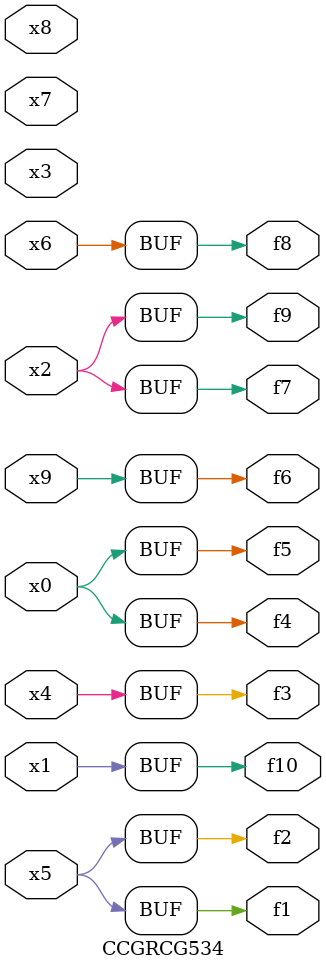
<source format=v>
module CCGRCG534(
	input x0, x1, x2, x3, x4, x5, x6, x7, x8, x9,
	output f1, f2, f3, f4, f5, f6, f7, f8, f9, f10
);
	assign f1 = x5;
	assign f2 = x5;
	assign f3 = x4;
	assign f4 = x0;
	assign f5 = x0;
	assign f6 = x9;
	assign f7 = x2;
	assign f8 = x6;
	assign f9 = x2;
	assign f10 = x1;
endmodule

</source>
